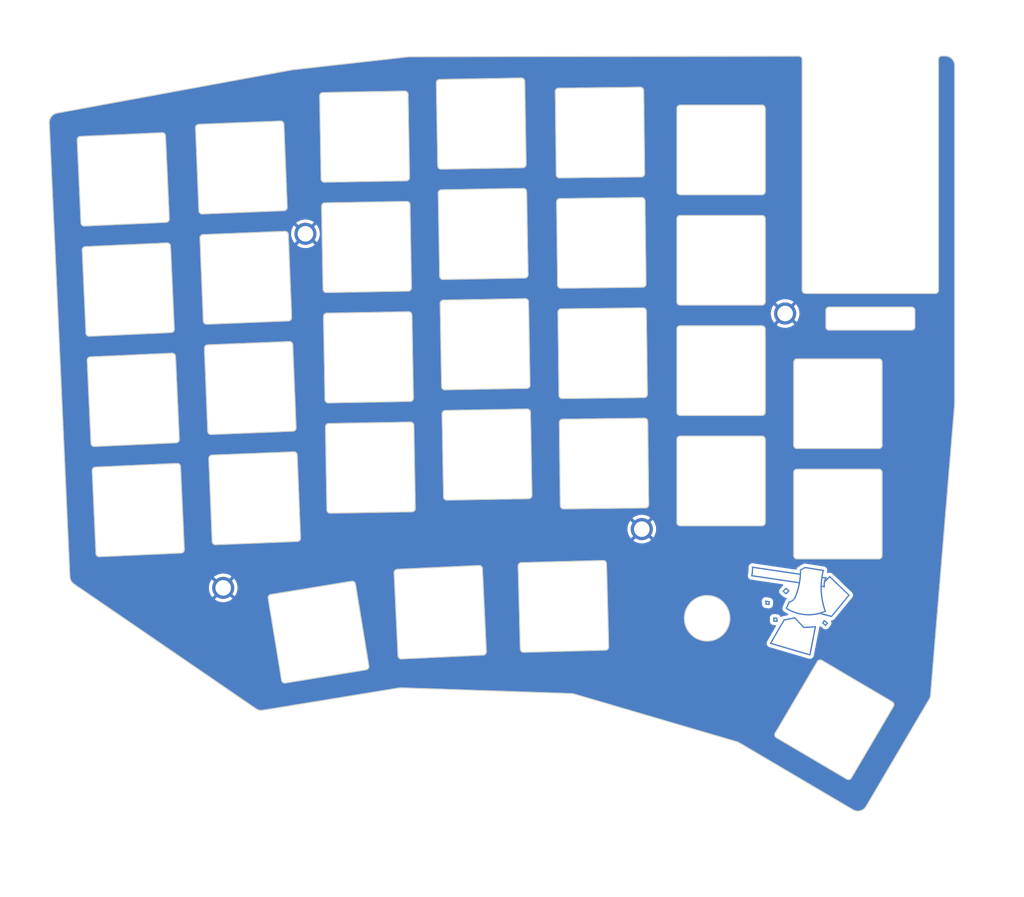
<source format=kicad_pcb>
(kicad_pcb (version 20240108) (generator "pcbnew") (generator_version "8.0")
  (title_block (title "keyplate_right") (rev "v1.0.0") (company "Unknown"))
  (layers (0 "F.Cu" signal) (31 "B.Cu" signal) (34 "B.Paste" user) (35 "F.Paste" user) (36 "B.SilkS" user "B.Silkscreen") (37 "F.SilkS" user "F.Silkscreen") (38 "B.Mask" user) (39 "F.Mask" user) (44 "Edge.Cuts" user))
  (net 0 "")
  (net 1 "GND")
  (footprint "hackbeil:mounting_hole" (layer "F.Cu") (at 143.08625 141.990251 2.3)
    (property "Reference" "MH1" (hide yes))
    (property "Value" "")
    (pad "" thru_hole circle (at 0 0 2.3) (size 3.4 3.4) (drill 2.4) (layers "*.Cu" "*.Mask") (net 1 "GND"))
  )
  (footprint "hackbeil:mounting_hole" (layer "F.Cu") (at 155.75717 87.437797 2.3)
    (property "Reference" "MH2" (hide yes))
    (property "Value" "")
    (pad "" thru_hole circle (at 0 0 2.3) (size 3.4 3.4) (drill 2.4) (layers "*.Cu" "*.Mask") (net 1 "GND"))
  )
  (footprint "hackbeil:mounting_hole" (layer "F.Cu") (at 207.574795 132.934915 2.3)
    (property "Reference" "MH3" (hide yes))
    (property "Value" "")
    (pad "" thru_hole circle (at 0 0 2.3) (size 3.4 3.4) (drill 2.4) (layers "*.Cu" "*.Mask") (net 1 "GND"))
  )
  (footprint "hackbeil:mounting_hole" (layer "F.Cu") (at 229.659687 99.721852 2.3)
    (property "Reference" "MH4" (hide yes))
    (property "Value" "")
    (pad "" thru_hole circle (at 0 0 2.3) (size 3.4 3.4) (drill 2.4) (layers "*.Cu" "*.Mask") (net 1 "GND"))
  )
  (footprint "hackbeil:logo" (layer "B.Cu") (at 228.822268 148.285001 90)
    (property "Reference" "REF**" (hide yes))
    (property "Value" "logo")
    (fp_line (start 8.167847 -4.299535) (end 7.082498 3.035002) (stroke (width 0.2)) (layer "B.Cu"))
    (fp_line (start 9.475 -4.184999) (end 8.385002 3.174998) (stroke (width 0.2)) (layer "B.Cu"))
    (fp_line (start 4.25 -2.15) (end 4.149999 -1.625) (stroke (width 0.2)) (layer "B.Cu"))
    (fp_line (start 3.799999 -2.100002) (end 4.25 -2.15) (stroke (width 0.2)) (layer "B.Cu"))
    (fp_line (start 3.749999 -1.650001) (end 3.799999 -2.100002) (stroke (width 0.2)) (layer "B.Cu"))
    (fp_line (start 4.149999 -1.625) (end 3.749999 -1.650001) (stroke (width 0.2)) (layer "B.Cu"))
    (fp_line (start -2.25 -1.4) (end -4.025 4.65) (stroke (width 0.2)) (layer "B.Cu"))
    (fp_line (start 1.650001 -0.9) (end 1.625 -0.45) (stroke (width 0.2)) (layer "B.Cu"))
    (fp_line (start 1.175 -0.899999) (end 1.650001 -0.9) (stroke (width 0.2)) (layer "B.Cu"))
    (fp_line (start 1.625 -0.45) (end 1.149999 -0.399999) (stroke (width 0.2)) (layer "B.Cu"))
    (fp_line (start 1.149999 -0.399999) (end 1.175 -0.899999) (stroke (width 0.2)) (layer "B.Cu"))
    (fp_line (start 5.774999 0.525) (end 6.225 0.950002) (stroke (width 0.2)) (layer "B.Cu"))
    (fp_line (start 1.350002 0.675001) (end -2.25 -1.4) (stroke (width 0.2)) (layer "B.Cu"))
    (fp_line (start 6.225 0.950002) (end 5.824999 1.4) (stroke (width 0.2)) (layer "B.Cu"))
    (fp_line (start 5.4 0.975) (end 5.774999 0.525) (stroke (width 0.2)) (layer "B.Cu"))
    (fp_line (start 5.824999 1.4) (end 5.4 0.975) (stroke (width 0.2)) (layer "B.Cu"))
    (fp_line (start 4.12 1.455) (end 3.150001 1.024999) (stroke (width 0.2)) (layer "B.Cu"))
    (fp_line (start 1.675 2.325) (end 1.350002 0.675001) (stroke (width 0.2)) (layer "B.Cu"))
    (fp_line (start 0.200001 3.700001) (end 1.675 2.325) (stroke (width 0.2)) (layer "B.Cu"))
    (fp_line (start 9.43 3.895) (end 9.029999 3.205) (stroke (width 0.2)) (layer "B.Cu"))
    (fp_line (start 9.43 3.895) (end 8.982731 6.713895) (stroke (width 0.2)) (layer "B.Cu"))
    (fp_line (start -4.025 4.65) (end 0.300001 5.5) (stroke (width 0.2)) (layer "B.Cu"))
    (fp_line (start 0.300001 5.5) (end 0.200001 3.700001) (stroke (width 0.2)) (layer "B.Cu"))
    (fp_line (start 2.375 6.125) (end 1.900002 7.974998) (stroke (width 0.2)) (layer "B.Cu"))
    (fp_line (start 0.875 6.649999) (end 1.250002 6.849999) (stroke (width 0.2)) (layer "B.Cu"))
    (fp_line (start 1.250002 6.849999) (end 0.874999 7.350001) (stroke (width 0.2)) (layer "B.Cu"))
    (fp_line (start 6.4775 6.874999) (end 6.582499 6.375) (stroke (width 0.2)) (layer "B.Cu"))
    (fp_line (start 7.190177 6.887934) (end 8.025 7.700001) (stroke (width 0.2)) (layer "B.Cu"))
    (fp_line (start 0.525001 7.075002) (end 0.875 6.649999) (stroke (width 0.2)) (layer "B.Cu"))
    (fp_line (start 7.854998 7.145) (end 7.885 6.515001) (stroke (width 0.2)) (layer "B.Cu"))
    (fp_line (start 0.874999 7.350001) (end 0.525001 7.075002) (stroke (width 0.2)) (layer "B.Cu"))
    (fp_line (start 1.900002 7.974998) (end 5.174999 10.674999) (stroke (width 0.2)) (layer "B.Cu"))
    (fp_line (start 5.174999 10.674999) (end 8.025 7.700001) (stroke (width 0.2)) (layer "B.Cu"))
    (fp_arc (start 9.475001 -4.185) (mid 8.818327 -4.206927) (end 8.167847 -4.299535) (stroke (width 0.2)) (layer "B.Cu"))
    (fp_arc (start 4.949998 2.425) (mid 4.404297 2.051838) (end 4.120002 1.455) (stroke (width 0.2)) (layer "B.Cu"))
    (fp_arc (start 9.029999 3.205) (mid 6.95087 3.019672) (end 4.949998 2.425) (stroke (width 0.2)) (layer "B.Cu"))
    (fp_arc (start 6.4775 6.874999) (mid 7.190175 6.887933) (end 7.854998 7.145) (stroke (width 0.2)) (layer "B.Cu"))
    (fp_arc (start 2.69 7.025) (mid 2.174086 3.967813) (end 3.150001 1.024999) (stroke (width 0.2)) (layer "B.Cu"))
    (fp_arc (start 2.69 7.025) (mid 5.813274 6.402372) (end 8.982731 6.713895) (stroke (width 0.2)) (layer "B.Cu"))
  )
  (gr_line (start 232.289682 60.566392) (end 232.289682 96.12628) (stroke (width 0.15)) (layer "Edge.Cuts"))
  (gr_arc (start 120.603165 72.967558) (mid 120.733422 72.607725) (end 121.079968 72.445391) (stroke (width 0.15)) (layer "Edge.Cuts"))
  (gr_arc (start 158.850419 117.184997) (mid 158.990673 116.828942) (end 159.341617 116.676347) (stroke (width 0.15)) (layer "Edge.Cuts"))
  (gr_line (start 150.026741 143.589421) (end 152.09527 156.221174) (stroke (width 0.15)) (layer "Edge.Cuts"))
  (gr_line (start 212.989682 102.116937) (end 212.989682 114.916937) (stroke (width 0.15)) (layer "Edge.Cuts"))
  (gr_line (start 195.540364 129.813511) (end 208.139423 129.659577) (stroke (width 0.15)) (layer "Edge.Cuts"))
  (gr_line (start 190.045946 93.736989) (end 189.822556 80.938938) (stroke (width 0.15)) (layer "Edge.Cuts"))
  (gr_line (start 122.916677 123.915057) (end 123.497323 136.70188) (stroke (width 0.15)) (layer "Edge.Cuts"))
  (gr_arc (start 190.045947 93.736989) (mid 189.905693 94.093044) (end 189.554749 94.245639) (stroke (width 0.15)) (layer "Edge.Cuts"))
  (gr_line (start 152.6695 156.6338) (end 165.103882 154.597592) (stroke (width 0.15)) (layer "Edge.Cuts"))
  (gr_line (start 207.970828 115.860607) (end 195.371769 116.014541) (stroke (width 0.15)) (layer "Edge.Cuts"))
  (gr_arc (start 253.289682 96.12628) (mid 253.143235 96.479833) (end 252.789682 96.62628) (stroke (width 0.15)) (layer "Edge.Cuts"))
  (gr_line (start 213.489682 115.416937) (end 226.089682 115.416937) (stroke (width 0.15)) (layer "Edge.Cuts"))
  (gr_line (start 244.089682 123.716937) (end 231.489682 123.716937) (stroke (width 0.15)) (layer "Edge.Cuts"))
  (gr_arc (start 140.553611 101.359158) (mid 140.194465 101.227018) (end 140.033948 100.879627) (stroke (width 0.15)) (layer "Edge.Cuts"))
  (gr_arc (start 141.918092 135.331767) (mid 141.558946 135.199627) (end 141.398429 134.852236) (stroke (width 0.15)) (layer "Edge.Cuts"))
  (gr_arc (start 159.58246 130.474245) (mid 159.226405 130.333991) (end 159.07381 129.983047) (stroke (width 0.15)) (layer "Edge.Cuts"))
  (gr_arc (start 196.746201 158.281829) (mid 196.933941 158.300026) (end 197.117912 158.341641) (stroke (width 0.15)) (layer "Edge.Cuts"))
  (gr_line (start 172.078357 95.750873) (end 171.854966 82.952823) (stroke (width 0.15)) (layer "Edge.Cuts"))
  (gr_line (start 189.610597 97.445151) (end 177.012516 97.665052) (stroke (width 0.15)) (layer "Edge.Cuts"))
  (gr_line (start 230.989682 124.216937) (end 230.989682 137.016937) (stroke (width 0.15)) (layer "Edge.Cuts"))
  (gr_arc (start 189.313906 80.44774) (mid 189.669961 80.587994) (end 189.822556 80.938938) (stroke (width 0.15)) (layer "Edge.Cuts"))
  (gr_arc (start 236.439682 102.27628) (mid 236.086129 102.129833) (end 235.939682 101.77628) (stroke (width 0.15)) (layer "Edge.Cuts"))
  (gr_line (start 240.095084 176.172685) (end 222.59209 165.862634) (stroke (width 0.15)) (layer "Edge.Cuts"))
  (gr_line (start 152.940751 83.347529) (end 152.427064 70.557841) (stroke (width 0.15)) (layer "Edge.Cuts"))
  (gr_arc (start 249.139682 98.73628) (mid 249.493235 98.882727) (end 249.639682 99.23628) (stroke (width 0.15)) (layer "Edge.Cuts"))
  (gr_line (start 194.254848 65.524419) (end 194.411225 78.323463) (stroke (width 0.15)) (layer "Edge.Cuts"))
  (gr_arc (start 208.633278 129.153506) (mid 208.491161 129.508822) (end 208.139423 129.659577) (stroke (width 0.15)) (layer "Edge.Cuts"))
  (gr_arc (start 194.917296 78.817318) (mid 194.56198 78.675201) (end 194.411225 78.323463) (stroke (width 0.15)) (layer "Edge.Cuts"))
  (gr_line (start 172.671739 129.745695) (end 172.448348 116.947644) (stroke (width 0.15)) (layer "Edge.Cuts"))
  (gr_arc (start 159.28577 113.476834) (mid 158.929714 113.336581) (end 158.777119 112.985637) (stroke (width 0.15)) (layer "Edge.Cuts"))
  (gr_line (start 140.202501 105.076243) (end 140.716188 117.865931) (stroke (width 0.15)) (layer "Edge.Cuts"))
  (gr_arc (start 213.489682 81.416937) (mid 213.136129 81.27049) (end 212.989682 80.916937) (stroke (width 0.15)) (layer "Edge.Cuts"))
  (gr_arc (start 190.639328 127.731809) (mid 190.499075 128.087865) (end 190.148131 128.24046) (stroke (width 0.15)) (layer "Edge.Cuts"))
  (gr_arc (start 189.610597 97.445151) (mid 189.966652 97.585405) (end 190.119247 97.936349) (stroke (width 0.15)) (layer "Edge.Cuts"))
  (gr_arc (start 226.589682 97.916937) (mid 226.443235 98.27049) (end 226.089682 98.416937) (stroke (width 0.15)) (layer "Edge.Cuts"))
  (gr_line (start 169.427951 139.663348) (end 170.030913 152.449138) (stroke (width 0.15)) (layer "Edge.Cuts"))
  (gr_line (start 207.555451 81.863144) (end 194.956391 82.017079) (stroke (width 0.15)) (layer "Edge.Cuts"))
  (gr_line (start 190.342637 110.734399) (end 190.119247 97.936349) (stroke (width 0.15)) (layer "Edge.Cuts"))
  (gr_arc (start 195.332675 112.81478) (mid 194.977358 112.672664) (end 194.826603 112.320926) (stroke (width 0.15)) (layer "Edge.Cuts"))
  (gr_arc (start 228.308481 165.051714) (mid 228.078176 164.746089) (end 228.131435 164.36713) (stroke (width 0.15)) (layer "Edge.Cuts"))
  (gr_arc (start 244.089682 123.716937) (mid 244.443235 123.863384) (end 244.589682 124.216937) (stroke (width 0.15)) (layer "Edge.Cuts"))
  (gr_arc (start 176.224627 81.176291) (mid 176.364881 80.820236) (end 176.715825 80.667641) (stroke (width 0.15)) (layer "Edge.Cuts"))
  (gr_line (start 212.989682 85.116937) (end 212.989682 97.916937) (stroke (width 0.15)) (layer "Edge.Cuts"))
  (gr_arc (start 207.347761 64.864413) (mid 207.703078 65.006529) (end 207.853833 65.358267) (stroke (width 0.15)) (layer "Edge.Cuts"))
  (gr_line (start 207.76314 98.861876) (end 195.16408 99.01581) (stroke (width 0.15)) (layer "Edge.Cuts"))
  (gr_arc (start 231.489682 120.516937) (mid 231.136129 120.37049) (end 230.989682 120.016937) (stroke (width 0.15)) (layer "Edge.Cuts"))
  (gr_line (start 208.425588 112.154775) (end 208.269211 99.35573) (stroke (width 0.15)) (layer "Edge.Cuts"))
  (gr_line (start 121.374335 89.950057) (end 121.954982 102.736881) (stroke (width 0.15)) (layer "Edge.Cuts"))
  (gr_arc (start 158.257038 83.190176) (mid 158.397291 82.83412) (end 158.748235 82.681525) (stroke (width 0.15)) (layer "Edge.Cuts"))
  (gr_arc (start 152.589641 87.064614) (mid 152.948787 87.196754) (end 153.109305 87.544146) (stroke (width 0.15)) (layer "Edge.Cuts"))
  (gr_line (start 165.516508 154.023362) (end 163.447979 141.391609) (stroke (width 0.15)) (layer "Edge.Cuts"))
  (gr_line (start 189.313906 80.44774) (end 176.715825 80.667641) (stroke (width 0.15)) (layer "Edge.Cuts"))
  (gr_line (start 176.956668 94.465539) (end 189.554749 94.245639) (stroke (width 0.15)) (layer "Edge.Cuts"))
  (gr_line (start 177.253359 111.46295) (end 189.85144 111.243049) (stroke (width 0.15)) (layer "Edge.Cuts"))
  (gr_arc (start 182.489855 138.546808) (mid 182.849914 138.676438) (end 183.012853 139.0227) (stroke (width 0.15)) (layer "Edge.Cuts"))
  (gr_arc (start 172.375048 112.748284) (mid 172.234794 113.104339) (end 171.88385 113.256934) (stroke (width 0.15)) (layer "Edge.Cuts"))
  (gr_line (start 208.217899 95.156043) (end 208.061522 82.356999) (stroke (width 0.15)) (layer "Edge.Cuts"))
  (gr_line (start 151.907401 70.07831) (end 139.317552 70.583971) (stroke (width 0.15)) (layer "Edge.Cuts"))
  (gr_arc (start 153.622992 100.333835) (mid 153.490852 100.69298) (end 153.14346 100.853497) (stroke (width 0.15)) (layer "Edge.Cuts"))
  (gr_line (start 189.383571 151.903447) (end 201.979253 151.573617) (stroke (width 0.15)) (layer "Edge.Cuts"))
  (gr_line (start 236.439682 102.27628) (end 249.139682 102.27628) (stroke (width 0.15)) (layer "Edge.Cuts"))
  (gr_arc (start 177.253359 111.46295) (mid 176.897304 111.322696) (end 176.744709 110.971752) (stroke (width 0.15)) (layer "Edge.Cuts"))
  (gr_arc (start 120.10429 141.410738) (mid 119.641393 140.90264) (end 119.453725 140.241415) (stroke (width 0.15)) (layer "Edge.Cuts"))
  (gr_arc (start 212.989682 85.116937) (mid 213.136129 84.763384) (end 213.489682 84.616937) (stroke (width 0.15)) (layer "Edge.Cuts"))
  (gr_arc (start 212.989682 119.116937) (mid 213.136129 118.763384) (end 213.489682 118.616937) (stroke (width 0.15)) (layer "Edge.Cuts"))
  (gr_line (start 117.507785 68.825574) (end 153.637493 62.176248) (stroke (width 0.15)) (layer "Edge.Cuts"))
  (gr_line (start 138.83802 71.103634) (end 139.351707 83.893322) (stroke (width 0.15)) (layer "Edge.Cuts"))
  (gr_line (start 213.489682 132.416937) (end 226.089682 132.416937) (stroke (width 0.15)) (layer "Edge.Cuts"))
  (gr_line (start 171.939698 116.456447) (end 159.341617 116.676347) (stroke (width 0.15)) (layer "Edge.Cuts"))
  (gr_arc (start 116.28083 70.368844) (mid 116.605145 69.367314) (end 117.507785 68.825574) (stroke (width 0.15)) (layer "Edge.Cuts"))
  (gr_arc (start 176.818009 115.171112) (mid 176.958263 114.815057) (end 177.309207 114.662462) (stroke (width 0.15)) (layer "Edge.Cuts"))
  (gr_arc (start 226.089682 118.616937) (mid 226.443235 118.763384) (end 226.589682 119.116937) (stroke (width 0.15)) (layer "Edge.Cuts"))
  (gr_line (start 171.781666 78.753462) (end 171.558275 65.955412) (stroke (width 0.15)) (layer "Edge.Cuts"))
  (gr_arc (start 188.535588 138.621093) (mid 188.67273 138.263827) (end 189.022329 138.108176) (stroke (width 0.15)) (layer "Edge.Cuts"))
  (gr_arc (start 177.550049 128.46036) (mid 177.193994 128.320106) (end 177.0414 127.969163) (stroke (width 0.15)) (layer "Edge.Cuts"))
  (gr_line (start 121.705978 86.231185) (end 134.293007 85.659611) (stroke (width 0.15)) (layer "Edge.Cuts"))
  (gr_arc (start 202.465992 151.0607) (mid 202.328851 151.417965) (end 201.979253 151.573617) (stroke (width 0.15)) (layer "Edge.Cuts"))
  (gr_line (start 244.589682 120.016937) (end 244.589682 107.216937) (stroke (width 0.15)) (layer "Edge.Cuts"))
  (gr_line (start 202.465993 151.0607) (end 202.130928 138.265087) (stroke (width 0.15)) (layer "Edge.Cuts"))
  (gr_line (start 141.235852 118.345463) (end 153.825701 117.839802) (stroke (width 0.15)) (layer "Edge.Cuts"))
  (gr_line (start 139.520261 88.089938) (end 140.033948 100.879627) (stroke (width 0.15)) (layer "Edge.Cuts"))
  (gr_arc (start 165.516508 154.023362) (mid 165.429122 154.395935) (end 165.103882 154.597592) (stroke (width 0.15)) (layer "Edge.Cuts"))
  (gr_line (start 158.692388 79.482013) (end 171.290469 79.262112) (stroke (width 0.15)) (layer "Edge.Cuts"))
  (gr_line (start 171.346316 82.461625) (end 158.748235 82.681525) (stroke (width 0.15)) (layer "Edge.Cuts"))
  (gr_arc (start 189.017215 63.450329) (mid 189.37327 63.590583) (end 189.525865 63.941527) (stroke (width 0.15)) (layer "Edge.Cuts"))
  (gr_line (start 171.643007 99.459036) (end 159.044926 99.678936) (stroke (width 0.15)) (layer "Edge.Cuts"))
  (gr_arc (start 212.989682 68.116937) (mid 213.136129 67.763384) (end 213.489682 67.616937) (stroke (width 0.15)) (layer "Edge.Cuts"))
  (gr_line (start 177.55005 128.460361) (end 190.148131 128.24046) (stroke (width 0.15)) (layer "Edge.Cuts"))
  (gr_line (start 213.489682 98.416937) (end 226.089682 98.416937) (stroke (width 0.15)) (layer "Edge.Cuts"))
  (gr_line (start 176.659977 77.468128) (end 189.258058 77.248228) (stroke (width 0.15)) (layer "Edge.Cuts"))
  (gr_arc (start 213.489682 98.416937) (mid 213.136129 98.27049) (end 212.989682 97.916937) (stroke (width 0.15)) (layer "Edge.Cuts"))
  (gr_arc (start 141.235852 118.345463) (mid 140.876706 118.213323) (end 140.716188 117.865931) (stroke (width 0.15)) (layer "Edge.Cuts"))
  (gr_line (start 226.089682 118.616937) (end 213.489682 118.616937) (stroke (width 0.15)) (layer "Edge.Cuts"))
  (gr_line (start 158.257038 83.190176) (end 158.480428 95.988226) (stroke (width 0.15)) (layer "Edge.Cuts"))
  (gr_line (start 194.917297 78.817317) (end 207.516356 78.663383) (stroke (width 0.15)) (layer "Edge.Cuts"))
  (gr_line (start 134.438168 88.856317) (end 121.851139 89.427891) (stroke (width 0.15)) (layer "Edge.Cuts"))
  (gr_line (start 122.477148 103.213684) (end 135.064178 102.642111) (stroke (width 0.15)) (layer "Edge.Cuts"))
  (gr_arc (start 158.553728 100.187586) (mid 158.693982 99.831531) (end 159.044926 99.678936) (stroke (width 0.15)) (layer "Edge.Cuts"))
  (gr_line (start 189.907288 114.442562) (end 177.309207 114.662462) (stroke (width 0.15)) (layer "Edge.Cuts"))
  (gr_line (start 176.521318 98.173702) (end 176.744709 110.971752) (stroke (width 0.15)) (layer "Edge.Cuts"))
  (gr_line (start 207.347761 64.864413) (end 194.748702 65.018347) (stroke (width 0.15)) (layer "Edge.Cuts"))
  (gr_line (start 135.209339 105.838816) (end 122.62231 106.41039) (stroke (width 0.15)) (layer "Edge.Cuts"))
  (gr_arc (start 134.76981 85.137444) (mid 134.639553 85.497277) (end 134.293007 85.659611) (stroke (width 0.15)) (layer "Edge.Cuts"))
  (gr_line (start 154.305232 117.320139) (end 153.791545 104.530451) (stroke (width 0.15)) (layer "Edge.Cuts"))
  (gr_line (start 141.918092 135.331767) (end 154.507941 134.826107) (stroke (width 0.15)) (layer "Edge.Cuts"))
  (gr_arc (start 213.489682 132.416937) (mid 213.136129 132.27049) (end 212.989682 131.916937) (stroke (width 0.15)) (layer "Edge.Cuts"))
  (gr_line (start 153.271882 104.050919) (end 140.682033 104.55658) (stroke (width 0.15)) (layer "Edge.Cuts"))
  (gr_arc (start 139.871371 84.372854) (mid 139.512225 84.240714) (end 139.351707 83.893322) (stroke (width 0.15)) (layer "Edge.Cuts"))
  (gr_arc (start 239.849591 171.269652) (mid 239.543967 171.499956) (end 239.165008 171.446697) (stroke (width 0.15)) (layer "Edge.Cuts"))
  (gr_line (start 226.089682 67.616937) (end 213.489682 67.616937) (stroke (width 0.15)) (layer "Edge.Cuts"))
  (gr_arc (start 169.427951 139.663349) (mid 169.55758 139.303289) (end 169.903842 139.14035) (stroke (width 0.15)) (layer "Edge.Cuts"))
  (gr_arc (start 153.271883 104.050919) (mid 153.631028 104.183059) (end 153.791545 104.530451) (stroke (width 0.15)) (layer "Edge.Cuts"))
  (gr_line (start 123.248319 120.196184) (end 135.835348 119.62461) (stroke (width 0.15)) (layer "Edge.Cuts"))
  (gr_line (start 246.169038 159.556215) (end 235.31251 153.161231) (stroke (width 0.15)) (layer "Edge.Cuts"))
  (gr_arc (start 226.089682 84.616937) (mid 226.443235 84.763384) (end 226.589682 85.116937) (stroke (width 0.15)) (layer "Edge.Cuts"))
  (gr_line (start 153.622992 100.333834) (end 153.109305 87.544146) (stroke (width 0.15)) (layer "Edge.Cuts"))
  (gr_arc (start 194.670226 99.521882) (mid 194.812342 99.166565) (end 195.16408 99.01581) (stroke (width 0.15)) (layer "Edge.Cuts"))
  (gr_arc (start 235.939682 99.23628) (mid 236.086129 98.882727) (end 236.439682 98.73628) (stroke (width 0.15)) (layer "Edge.Cuts"))
  (gr_line (start 244.089682 106.716937) (end 231.489682 106.716937) (stroke (width 0.15)) (layer "Edge.Cuts"))
  (gr_line (start 189.017215 63.45033) (end 176.419134 63.67023) (stroke (width 0.15)) (layer "Edge.Cuts"))
  (gr_line (start 226.089682 84.616937) (end 213.489682 84.616937) (stroke (width 0.15)) (layer "Edge.Cuts"))
  (gr_arc (start 244.089682 106.716937) (mid 244.443235 106.863384) (end 244.589682 107.216937) (stroke (width 0.15)) (layer "Edge.Cuts"))
  (gr_line (start 170.178323 157.41457) (end 149.206928 160.848768) (stroke (width 0.15)) (layer "Edge.Cuts"))
  (gr_line (start 189.749256 76.739578) (end 189.525865 63.941527) (stroke (width 0.15)) (layer "Edge.Cuts"))
  (gr_line (start 249.139682 98.73628) (end 236.439682 98.73628) (stroke (width 0.15)) (layer "Edge.Cuts"))
  (gr_line (start 139.871371 84.372853) (end 152.46122 83.867192) (stroke (width 0.15)) (layer "Edge.Cuts"))
  (gr_line (start 226.589682 97.916937) (end 226.589682 85.116937) (stroke (width 0.15)) (layer "Edge.Cuts"))
  (gr_arc (start 255.789682 113.554953) (mid 255.788403 113.616884) (end 255.784568 113.67871) (stroke (width 0.15)) (layer "Edge.Cuts"))
  (gr_arc (start 226.589682 131.916937) (mid 226.443235 132.27049) (end 226.089682 132.416937) (stroke (width 0.15)) (layer "Edge.Cuts"))
  (gr_line (start 235.939682 99.23628) (end 235.939682 101.77628) (stroke (width 0.15)) (layer "Edge.Cuts"))
  (gr_line (start 239.849592 171.269652) (end 246.346083 160.240799) (stroke (width 0.15)) (layer "Edge.Cuts"))
  (gr_arc (start 140.202502 105.076243) (mid 140.334642 104.717097) (end 140.682033 104.55658) (stroke (width 0.15)) (layer "Edge.Cuts"))
  (gr_line (start 133.666998 71.873817) (end 121.079968 72.445391) (stroke (width 0.15)) (layer "Edge.Cuts"))
  (gr_arc (start 190.342637 110.7344) (mid 190.202383 111.090455) (end 189.85144 111.243049) (stroke (width 0.15)) (layer "Edge.Cuts"))
  (gr_arc (start 162.873749 140.978983) (mid 163.246322 141.066369) (end 163.447979 141.391609) (stroke (width 0.15)) (layer "Edge.Cuts"))
  (gr_arc (start 208.425589 112.154775) (mid 208.283472 112.510091) (end 207.931734 112.660846) (stroke (width 0.15)) (layer "Edge.Cuts"))
  (gr_arc (start 212.989682 102.116937) (mid 213.136129 101.763384) (end 213.489682 101.616937) (stroke (width 0.15)) (layer "Edge.Cuts"))
  (gr_line (start 153.954123 121.037224) (end 141.364273 121.542885) (stroke (width 0.15)) (layer "Edge.Cuts"))
  (gr_arc (start 157.960347 66.192765) (mid 158.1006 65.836709) (end 158.451544 65.684114) (stroke (width 0.15)) (layer "Edge.Cuts"))
  (gr_line (start 137.083323 136.084943) (end 136.502677 123.29812) (stroke (width 0.15)) (layer "Edge.Cuts"))
  (gr_arc (start 232.789682 96.62628) (mid 232.436129 96.479833) (end 232.289682 96.12628) (stroke (width 0.15)) (layer "Edge.Cuts"))
  (gr_line (start 154.987473 134.306443) (end 154.473786 121.516755) (stroke (width 0.15)) (layer "Edge.Cuts"))
  (gr_arc (start 195.124986 95.816049) (mid 194.769669 95.673933) (end 194.618914 95.322195) (stroke (width 0.15)) (layer "Edge.Cuts"))
  (gr_arc (start 135.540982 102.119943) (mid 135.410725 102.479776) (end 135.064178 102.642111) (stroke (width 0.15)) (layer "Edge.Cuts"))
  (gr_arc (start 151.907401 70.07831) (mid 152.266547 70.21045) (end 152.427064 70.557841) (stroke (width 0.15)) (layer "Edge.Cuts"))
  (gr_arc (start 158.692387 79.482012) (mid 158.336332 79.341758) (end 158.183738 78.990815) (stroke (width 0.15)) (layer "Edge.Cuts"))
  (gr_line (start 196.746201 158.281829) (end 170.471287 157.395706) (stroke (width 0.15)) (layer "Edge.Cuts"))
  (gr_arc (start 231.788964 60.066393) (mid 232.142981 60.212585) (end 232.289682 60.566392) (stroke (width 0.15)) (layer "Edge.Cuts"))
  (gr_arc (start 158.989078 96.479424) (mid 158.633023 96.33917) (end 158.480428 95.988226) (stroke (width 0.15)) (layer "Edge.Cuts"))
  (gr_line (start 195.332675 112.81478) (end 207.931734 112.660846) (stroke (width 0.15)) (layer "Edge.Cuts"))
  (gr_line (start 140.884742 122.062548) (end 141.398429 134.852236) (stroke (width 0.15)) (layer "Edge.Cuts"))
  (gr_arc (start 122.916677 123.915056) (mid 123.046935 123.555224) (end 123.393481 123.39289) (stroke (width 0.15)) (layer "Edge.Cuts"))
  (gr_line (start 251.871698 159.135403) (end 242.148835 175.641549) (stroke (width 0.15)) (layer "Edge.Cuts"))
  (gr_arc (start 121.705978 86.231184) (mid 121.346145 86.100927) (end 121.183811 85.754381) (stroke (width 0.15)) (layer "Edge.Cuts"))
  (gr_arc (start 172.671739 129.745695) (mid 172.531485 130.10175) (end 172.180541 130.254345) (stroke (width 0.15)) (layer "Edge.Cuts"))
  (gr_arc (start 242.148835 175.641548) (mid 241.231962 176.332462) (end 240.095084 176.172685) (stroke (width 0.15)) (layer "Edge.Cuts"))
  (gr_arc (start 226.589682 80.916937) (mid 226.443235 81.27049) (end 226.089682 81.416937) (stroke (width 0.15)) (layer "Edge.Cuts"))
  (gr_arc (start 195.540363 129.813512) (mid 195.185047 129.671395) (end 195.034292 129.319657) (stroke (width 0.15)) (layer "Edge.Cuts"))
  (gr_arc (start 135.98051 122.821315) (mid 136.340343 122.951573) (end 136.502677 123.29812) (stroke (width 0.15)) (layer "Edge.Cuts"))
  (gr_arc (start 207.76314 98.861875) (mid 208.118456 99.003992) (end 208.269211 99.35573) (stroke (width 0.15)) (layer "Edge.Cuts"))
  (gr_arc (start 136.312152 119.102444) (mid 136.181894 119.462276) (end 135.835348 119.62461) (stroke (width 0.15)) (layer "Edge.Cuts"))
  (gr_line (start 244.589682 137.016937) (end 244.589682 124.216937) (stroke (width 0.15)) (layer "Edge.Cuts"))
  (gr_arc (start 123.248319 120.196185) (mid 122.888486 120.065927) (end 122.726152 119.71938) (stroke (width 0.15)) (layer "Edge.Cuts"))
  (gr_arc (start 133.666998 71.873817) (mid 134.02683 72.004075) (end 134.189164 72.350621) (stroke (width 0.15)) (layer "Edge.Cuts"))
  (gr_line (start 194.462537 82.52315) (end 194.618914 95.322195) (stroke (width 0.15)) (layer "Edge.Cuts"))
  (gr_arc (start 171.643006 99.459036) (mid 171.999062 99.599289) (end 172.151657 99.950233) (stroke (width 0.15)) (layer "Edge.Cuts"))
  (gr_line (start 253.788964 60.034778) (end 254.287527 60.034062) (stroke (width 0.15)) (layer "Edge.Cuts"))
  (gr_arc (start 171.346317 82.461626) (mid 171.702372 82.60188) (end 171.854966 82.952823) (stroke (width 0.15)) (layer "Edge.Cuts"))
  (gr_arc (start 213.489682 115.416937) (mid 213.136129 115.27049) (end 212.989682 114.916937) (stroke (width 0.15)) (layer "Edge.Cuts"))
  (gr_arc (start 207.970828 115.860607) (mid 208.326145 116.002723) (end 208.4769 116.354461) (stroke (width 0.15)) (layer "Edge.Cuts"))
  (gr_line (start 195.124986 95.816049) (end 207.724045 95.662115) (stroke (width 0.15)) (layer "Edge.Cuts"))
  (gr_arc (start 170.178322 157.41457) (mid 170.324342 157.397953) (end 170.471287 157.395706) (stroke (width 0.15)) (layer "Edge.Cuts"))
  (gr_line (start 120.603165 72.967558) (end 121.183811 85.754381) (stroke (width 0.15)) (layer "Edge.Cuts"))
  (gr_line (start 134.769811 85.137444) (end 134.189164 72.350621) (stroke (width 0.15)) (layer "Edge.Cuts"))
  (gr_arc (start 249.639682 101.77628) (mid 249.493235 102.129833) (end 249.139682 102.27628) (stroke (width 0.15)) (layer "Edge.Cuts"))
  (gr_arc (start 150.026741 143.589421) (mid 150.114127 143.216848) (end 150.439367 143.015191) (stroke (width 0.15)) (layer "Edge.Cuts"))
  (gr_arc (start 171.574815 60.162019) (mid 171.657149 60.155081) (end 171.73974 60.152686) (stroke (width 0.15)) (layer "Edge.Cuts"))
  (gr_arc (start 222.253052 165.715742) (mid 222.427111 165.778709) (end 222.59209 165.862634) (stroke (width 0.15)) (layer "Edge.Cuts"))
  (gr_circle (center 217.638361 146.670207) (end 221.138361 146.670207) (stroke (width 0.15)) (fill none) (layer "Edge.Cuts"))
  (gr_line (start 226.589682 114.916937) (end 226.589682 102.116937) (stroke (width 0.15)) (layer "Edge.Cuts"))
  (gr_line (start 135.540981 102.119944) (end 134.960335 89.333121) (stroke (width 0.15)) (layer "Edge.Cuts"))
  (gr_arc (start 254.287527 60.034062) (mid 255.34958 60.472639) (end 255.789682 61.53406) (stroke (width 0.15)) (layer "Edge.Cuts"))
  (gr_line (start 208.01021 78.157312) (end 207.853833 65.358267) (stroke (width 0.15)) (layer "Edge.Cuts"))
  (gr_arc (start 122.477149 103.213684) (mid 122.117316 103.083427) (end 121.954982 102.736881) (stroke (width 0.15)) (layer "Edge.Cuts"))
  (gr_arc (start 154.987474 134.306444) (mid 154.855333 134.66559) (end 154.507941 134.826107) (stroke (width 0.15)) (layer "Edge.Cuts"))
  (gr_line (start 201.61801 137.778346) (end 189.022329 138.108176) (stroke (width 0.15)) (layer "Edge.Cuts"))
  (gr_line (start 231.489682 137.516937) (end 244.089682 137.516937) (stroke (width 0.15)) (layer "Edge.Cuts"))
  (gr_arc (start 139.520261 88.089938) (mid 139.652401 87.730792) (end 139.999792 87.570275) (stroke (width 0.15)) (layer "Edge.Cuts"))
  (gr_arc (start 226.089682 101.616937) (mid 226.443235 101.763384) (end 226.589682 102.116937) (stroke (width 0.15)) (layer "Edge.Cuts"))
  (gr_line (start 226.589682 131.916937) (end 226.589682 119.116937) (stroke (width 0.15)) (layer "Edge.Cuts"))
  (gr_arc (start 189.383571 151.903447) (mid 189.026305 151.766306) (end 188.870653 151.416707) (stroke (width 0.15)) (layer "Edge.Cuts"))
  (gr_arc (start 124.01949 137.178685) (mid 123.659657 137.048427) (end 123.497323 136.70188) (stroke (width 0.15)) (layer "Edge.Cuts"))
  (gr_line (start 228.308481 165.051714) (end 239.165008 171.446697) (stroke (width 0.15)) (layer "Edge.Cuts"))
  (gr_arc (start 122.145505 106.932557) (mid 122.275763 106.572724) (end 122.62231 106.41039) (stroke (width 0.15)) (layer "Edge.Cuts"))
  (gr_line (start 175.927936 64.17888) (end 176.151327 76.976931) (stroke (width 0.15)) (layer "Edge.Cuts"))
  (gr_line (start 136.312152 119.102444) (end 135.731506 106.31562) (stroke (width 0.15)) (layer "Edge.Cuts"))
  (gr_line (start 171.049625 65.464214) (end 158.451544 65.684114) (stroke (width 0.15)) (layer "Edge.Cuts"))
  (gr_line (start 158.85042 117.184997) (end 159.07381 129.983047) (stroke (width 0.15)) (layer "Edge.Cuts"))
  (gr_arc (start 194.462538 82.52315) (mid 194.604654 82.167834) (end 194.956391 82.017079) (stroke (width 0.15)) (layer "Edge.Cuts"))
  (gr_arc (start 170.553911 152.92503) (mid 170.193852 152.7954) (end 170.030913 152.449138) (stroke (width 0.15)) (layer "Edge.Cuts"))
  (gr_line (start 162.873749 140.978983) (end 150.439367 143.015191) (stroke (width 0.15)) (layer "Edge.Cuts"))
  (gr_line (start 152.589642 87.064615) (end 139.999792 87.570275) (stroke (width 0.15)) (layer "Edge.Cuts"))
  (gr_arc (start 140.884742 122.062548) (mid 141.016882 121.703402) (end 141.364273 121.542885) (stroke (width 0.15)) (layer "Edge.Cuts"))
  (gr_line (start 222.253052 165.715741) (end 197.117912 158.341641) (stroke (width 0.15)) (layer "Edge.Cuts"))
  (gr_arc (start 171.781665 78.753462) (mid 171.641412 79.109517) (end 171.290469 79.262112) (stroke (width 0.15)) (layer "Edge.Cuts"))
  (gr_arc (start 154.305232 117.320139) (mid 154.173092 117.679285) (end 153.825701 117.839802) (stroke (width 0.15)) (layer "Edge.Cuts"))
  (gr_arc (start 152.6695 156.6338) (mid 152.296927 156.546414) (end 152.09527 156.221174) (stroke (width 0.15)) (layer "Edge.Cuts"))
  (gr_arc (start 253.289681 60.534777) (mid 253.435874 60.181477) (end 253.788964 60.034778) (stroke (width 0.15)) (layer "Edge.Cuts"))
  (gr_line (start 249.639682 101.77628) (end 249.639682 99.23628) (stroke (width 0.15)) (layer "Edge.Cuts"))
  (gr_line (start 232.789682 96.62628) (end 252.789682 96.62628) (stroke (width 0.15)) (layer "Edge.Cuts"))
  (gr_line (start 226.589682 80.916937) (end 226.589682 68.116937) (stroke (width 0.15)) (layer "Edge.Cuts"))
  (gr_line (start 124.01949 137.178684) (end 136.606519 136.60711) (stroke (width 0.15)) (layer "Edge.Cuts"))
  (gr_line (start 194.670226 99.521881) (end 194.826603 112.320926) (stroke (width 0.15)) (layer "Edge.Cuts"))
  (gr_line (start 190.639328 127.73181) (end 190.415938 114.93376) (stroke (width 0.15)) (layer "Edge.Cuts"))
  (gr_arc (start 175.927936 64.17888) (mid 176.06819 63.822825) (end 176.419134 63.67023) (stroke (width 0.15)) (layer "Edge.Cuts"))
  (gr_arc (start 189.907288 114.442562) (mid 190.263343 114.582816) (end 190.415938 114.93376) (stroke (width 0.15)) (layer "Edge.Cuts"))
  (gr_arc (start 226.089682 67.616937) (mid 226.443235 67.763384) (end 226.589682 68.116937) (stroke (width 0.15)) (layer "Edge.Cuts"))
  (gr_arc (start 201.61801 137.778346) (mid 201.975276 137.915487) (end 202.130928 138.265086) (stroke (width 0.15)) (layer "Edge.Cuts"))
  (gr_line (start 158.553729 100.187586) (end 158.777119 112.985637) (stroke (width 0.15)) (layer "Edge.Cuts"))
  (gr_arc (start 230.989682 107.216937) (mid 231.136129 106.863384) (end 231.489682 106.716937) (stroke (width 0.15)) (layer "Edge.Cuts"))
  (gr_line (start 119.453725 140.241415) (end 116.28083 70.368843) (stroke (width 0.15)) (layer "Edge.Cuts"))
  (gr_arc (start 207.555451 81.863144) (mid 207.910767 82.005261) (end 208.061522 82.356999) (stroke (width 0.15)) (layer "Edge.Cuts"))
  (gr_line (start 255.784568 113.67871) (end 252.07414 158.497852) (stroke (width 0.15)) (layer "Edge.Cuts"))
  (gr_arc (start 194.254848 65.524419) (mid 194.396964 65.169102) (end 194.748702 65.018347) (stroke (width 0.15)) (layer "Edge.Cuts"))
  (gr_arc (start 194.877915 116.520613) (mid 195.020031 116.165296) (end 195.371769 116.014541) (stroke (width 0.15)) (layer "Edge.Cuts"))
  (gr_line (start 230.989682 107.216937) (end 230.989682 120.016937) (stroke (width 0.15)) (layer "Edge.Cuts"))
  (gr_arc (start 172.078357 95.750873) (mid 171.938103 96.106928) (end 171.587159 96.259523) (stroke (width 0.15)) (layer "Edge.Cuts"))
  (gr_line (start 176.224627 81.176291) (end 176.448018 93.974341) (stroke (width 0.15)) (layer "Edge.Cuts"))
  (gr_line (start 194.877915 116.520613) (end 195.034292 129.319657) (stroke (width 0.15)) (layer "Edge.Cuts"))
  (gr_arc (start 134.438169 88.856317) (mid 134.798001 88.986575) (end 134.960335 89.333121) (stroke (width 0.15)) (layer "Edge.Cuts"))
  (gr_line (start 183.615816 151.808491) (end 183.012853 139.0227) (stroke (width 0.15)) (layer "Edge.Cuts"))
  (gr_line (start 253.289682 96.12628) (end 253.289682 60.534778) (stroke (width 0.15)) (layer "Edge.Cuts"))
  (gr_arc (start 176.956668 94.465539) (mid 176.600613 94.325285) (end 176.448018 93.974341) (stroke (width 0.15)) (layer "Edge.Cuts"))
  (gr_line (start 212.989682 119.116937) (end 212.989682 131.916937) (stroke (width 0.15)) (layer "Edge.Cuts"))
  (gr_arc (start 208.01021 78.157313) (mid 207.868094 78.512629) (end 207.516356 78.663383) (stroke (width 0.15)) (layer "Edge.Cuts"))
  (gr_arc (start 171.049626 65.464215) (mid 171.405681 65.604469) (end 171.558275 65.955412) (stroke (width 0.15)) (layer "Edge.Cuts"))
  (gr_arc (start 230.989682 124.216937) (mid 231.136129 123.863384) (end 231.489682 123.716937) (stroke (width 0.15)) (layer "Edge.Cuts"))
  (gr_arc (start 135.209339 105.838817) (mid 135.569172 105.969074) (end 135.731506 106.31562) (stroke (width 0.15)) (layer "Edge.Cuts"))
  (gr_line (start 158.989078 96.479423) (end 171.587159 96.259523) (stroke (width 0.15)) (layer "Edge.Cuts"))
  (gr_line (start 159.285769 113.476834) (end 171.88385 113.256934) (stroke (width 0.15)) (layer "Edge.Cuts"))
  (gr_arc (start 252.07414 158.497852) (mid 252.008911 158.828056) (end 251.871698 159.135403) (stroke (width 0.15)) (layer "Edge.Cuts"))
  (gr_line (start 231.489682 120.516937) (end 244.089682 120.516937) (stroke (width 0.15)) (layer "Edge.Cuts"))
  (gr_arc (start 121.374336 89.950058) (mid 121.504593 89.590225) (end 121.851139 89.427891) (stroke (width 0.15)) (layer "Edge.Cuts"))
  (gr_line (start 140.553611 101.359158) (end 153.14346 100.853497) (stroke (width 0.15)) (layer "Edge.Cuts"))
  (gr_arc (start 137.083323 136.084944) (mid 136.953065 136.444776) (end 136.606519 136.60711) (stroke (width 0.15)) (layer "Edge.Cuts"))
  (gr_line (start 122.145506 106.932557) (end 122.726152 119.71938) (stroke (width 0.15)) (layer "Edge.Cuts"))
  (gr_arc (start 244.589682 120.016937) (mid 244.443235 120.37049) (end 244.089682 120.516937) (stroke (width 0.15)) (layer "Edge.Cuts"))
  (gr_line (start 176.818009 115.171112) (end 177.0414 127.969163) (stroke (width 0.15)) (layer "Edge.Cuts"))
  (gr_line (start 157.960347 66.192765) (end 158.183738 78.990815) (stroke (width 0.15)) (layer "Edge.Cuts"))
  (gr_arc (start 176.521319 98.173701) (mid 176.661573 97.817646) (end 177.012516 97.665052) (stroke (width 0.15)) (layer "Edge.Cuts"))
  (gr_arc (start 149.206928 160.848768) (mid 148.638324 160.832587) (end 148.116631 160.605853) (stroke (width 0.15)) (layer "Edge.Cuts"))
  (gr_line (start 226.089682 101.616937) (end 213.489682 101.616937) (stroke (width 0.15)) (layer "Edge.Cuts"))
  (gr_line (start 135.98051 122.821316) (end 123.393481 123.39289) (stroke (width 0.15)) (layer "Edge.Cuts"))
  (gr_line (start 255.789682 61.53406) (end 255.789682 113.554953) (stroke (width 0.15)) (layer "Edge.Cuts"))
  (gr_line (start 212.989682 68.116937) (end 212.989682 80.916937) (stroke (width 0.15)) (layer "Edge.Cuts"))
  (gr_arc (start 138.838021 71.103634) (mid 138.970161 70.744488) (end 139.317552 70.583971) (stroke (width 0.15)) (layer "Edge.Cuts"))
  (gr_arc (start 244.589682 137.016937) (mid 244.443235 137.37049) (end 244.089682 137.516937) (stroke (width 0.15)) (layer "Edge.Cuts"))
  (gr_arc (start 153.637493 62.176248) (mid 153.689568 62.167609) (end 153.741914 62.160807) (stroke (width 0.15)) (layer "Edge.Cuts"))
  (gr_arc (start 231.489682 137.516937) (mid 231.136129 137.37049) (end 230.989682 137.016937) (stroke (width 0.15)) (layer "Edge.Cuts"))
  (gr_arc (start 226.589682 114.916937) (mid 226.443235 115.27049) (end 226.089682 115.416937) (stroke (width 0.15)) (layer "Edge.Cuts"))
  (gr_line (start 213.489682 81.416937) (end 226.089682 81.416937) (stroke (width 0.15)) (layer "Edge.Cuts"))
  (gr_line (start 234.627927 153.338277) (end 228.131435 164.36713) (stroke (width 0.15)) (layer "Edge.Cuts"))
  (gr_line (start 153.741914 62.160807) (end 171.574816 60.162019) (stroke (width 0.15)) (layer "Edge.Cuts"))
  (gr_line (start 188.535588 138.621093) (end 188.870653 151.416707) (stroke (width 0.15)) (layer "Edge.Cuts"))
  (gr_arc (start 171.939698 116.456446) (mid 172.295753 116.5967) (end 172.448348 116.947644) (stroke (width 0.15)) (layer "Edge.Cuts"))
  (gr_arc (start 189.749256 76.739578) (mid 189.609002 77.095633) (end 189.258058 77.248228) (stroke (width 0.15)) (layer "Edge.Cuts"))
  (gr_line (start 148.116631 160.605853) (end 120.104289 141.410738) (stroke (width 0.15)) (layer "Edge.Cuts"))
  (gr_arc (start 183.615816 151.808491) (mid 183.486186 152.16855) (end 183.139924 152.331489) (stroke (width 0.15)) (layer "Edge.Cuts"))
  (gr_arc (start 153.954122 121.037223) (mid 154.313268 121.169363) (end 154.473786 121.516755) (stroke (width 0.15)) (layer "Edge.Cuts"))
  (gr_arc (start 234.627926 153.338277) (mid 234.933551 153.107972) (end 235.31251 153.161231) (stroke (width 0.15)) (layer "Edge.Cuts"))
  (gr_arc (start 152.940751 83.347529) (mid 152.808611 83.706675) (end 152.46122 83.867192) (stroke (width 0.15)) (layer "Edge.Cuts"))
  (gr_arc (start 176.659978 77.468128) (mid 176.303922 77.327875) (end 176.151327 76.976931) (stroke (width 0.15)) (layer "Edge.Cuts"))
  (gr_line (start 182.489855 138.546808) (end 169.903842 139.14035) (stroke (width 0.15)) (layer "Edge.Cuts"))
  (gr_arc (start 208.2179 95.156044) (mid 208.075783 95.51136) (end 207.724045 95.662115) (stroke (width 0.15)) (layer "Edge.Cuts"))
  (gr_line (start 172.375048 112.748284) (end 172.151657 99.950233) (stroke (width 0.15)) (layer "Edge.Cuts"))
  (gr_arc (start 246.169039 159.556215) (mid 246.399343 159.86184) (end 246.346083 160.240799) (stroke (width 0.15)) (layer "Edge.Cuts"))
  (gr_line (start 159.58246 130.474245) (end 172.180541 130.254345) (stroke (width 0.15)) (layer "Edge.Cuts"))
  (gr_line (start 208.633277 129.153506) (end 208.4769 116.354461) (stroke (width 0.15)) (layer "Edge.Cuts"))
  (gr_line (start 171.73974 60.152686) (end 231.788964 60.066393) (stroke (width 0.15)) (layer "Edge.Cuts"))
  (gr_line (start 170.553911 152.92503) (end 183.139924 152.331489) (stroke (width 0.15)) (layer "Edge.Cuts"))
  (zone (net 1) (net_name "GND") (layer "B.Cu") (connect_pads (clearance 0.508)) (min_thickness 0.25) (fill yes (thermal_gap 0.5) (thermal_bridge_width 0.5))
    (polygon (pts (xy 266.48 51.42) (xy 108.7 54.8) (xy 118.84 172.38) (xy 265.35 189.66)))
  )
)
</source>
